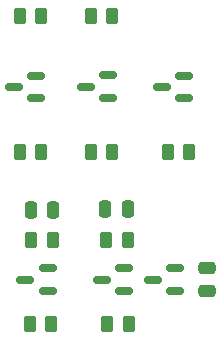
<source format=gbr>
%TF.GenerationSoftware,KiCad,Pcbnew,9.0.6*%
%TF.CreationDate,2025-11-07T06:51:29-08:00*%
%TF.ProjectId,bramble_valve_indexer,6272616d-626c-4655-9f76-616c76655f69,rev?*%
%TF.SameCoordinates,Original*%
%TF.FileFunction,Paste,Bot*%
%TF.FilePolarity,Positive*%
%FSLAX46Y46*%
G04 Gerber Fmt 4.6, Leading zero omitted, Abs format (unit mm)*
G04 Created by KiCad (PCBNEW 9.0.6) date 2025-11-07 06:51:29*
%MOMM*%
%LPD*%
G01*
G04 APERTURE LIST*
G04 Aperture macros list*
%AMRoundRect*
0 Rectangle with rounded corners*
0 $1 Rounding radius*
0 $2 $3 $4 $5 $6 $7 $8 $9 X,Y pos of 4 corners*
0 Add a 4 corners polygon primitive as box body*
4,1,4,$2,$3,$4,$5,$6,$7,$8,$9,$2,$3,0*
0 Add four circle primitives for the rounded corners*
1,1,$1+$1,$2,$3*
1,1,$1+$1,$4,$5*
1,1,$1+$1,$6,$7*
1,1,$1+$1,$8,$9*
0 Add four rect primitives between the rounded corners*
20,1,$1+$1,$2,$3,$4,$5,0*
20,1,$1+$1,$4,$5,$6,$7,0*
20,1,$1+$1,$6,$7,$8,$9,0*
20,1,$1+$1,$8,$9,$2,$3,0*%
G04 Aperture macros list end*
%ADD10RoundRect,0.250000X0.262500X0.450000X-0.262500X0.450000X-0.262500X-0.450000X0.262500X-0.450000X0*%
%ADD11RoundRect,0.150000X0.587500X0.150000X-0.587500X0.150000X-0.587500X-0.150000X0.587500X-0.150000X0*%
%ADD12RoundRect,0.250000X-0.262500X-0.450000X0.262500X-0.450000X0.262500X0.450000X-0.262500X0.450000X0*%
%ADD13RoundRect,0.250000X0.250000X0.475000X-0.250000X0.475000X-0.250000X-0.475000X0.250000X-0.475000X0*%
%ADD14RoundRect,0.250000X0.475000X-0.250000X0.475000X0.250000X-0.475000X0.250000X-0.475000X-0.250000X0*%
G04 APERTURE END LIST*
D10*
%TO.C,R19*%
X27292900Y-37959250D03*
X25467900Y-37959250D03*
%TD*%
D11*
%TO.C,Q4*%
X25875000Y-24050000D03*
X25875000Y-25950000D03*
X24000000Y-25000000D03*
%TD*%
%TO.C,Q6*%
X38375000Y-24050000D03*
X38375000Y-25950000D03*
X36500000Y-25000000D03*
%TD*%
%TO.C,Q2*%
X26842900Y-40344650D03*
X26842900Y-42244650D03*
X24967900Y-41294650D03*
%TD*%
D10*
%TO.C,R24*%
X32325000Y-30500000D03*
X30500000Y-30500000D03*
%TD*%
D12*
%TO.C,R23*%
X30500000Y-19000000D03*
X32325000Y-19000000D03*
%TD*%
D10*
%TO.C,R14*%
X33620400Y-37908450D03*
X31795400Y-37908450D03*
%TD*%
D11*
%TO.C,Q7*%
X37632800Y-40344650D03*
X37632800Y-42244650D03*
X35757800Y-41294650D03*
%TD*%
D12*
%TO.C,R27*%
X25320300Y-45020450D03*
X27145300Y-45020450D03*
%TD*%
D10*
%TO.C,R22*%
X26325000Y-30500000D03*
X24500000Y-30500000D03*
%TD*%
D13*
%TO.C,R16*%
X33644600Y-35292250D03*
X31744600Y-35292250D03*
%TD*%
D12*
%TO.C,R15*%
X37000000Y-30475400D03*
X38825000Y-30475400D03*
%TD*%
D14*
%TO.C,R18*%
X40304400Y-42246850D03*
X40304400Y-40346850D03*
%TD*%
D12*
%TO.C,R26*%
X31898900Y-45020450D03*
X33723900Y-45020450D03*
%TD*%
D11*
%TO.C,Q9*%
X32000000Y-24000000D03*
X32000000Y-25900000D03*
X30125000Y-24950000D03*
%TD*%
D12*
%TO.C,R25*%
X24500000Y-19000000D03*
X26325000Y-19000000D03*
%TD*%
D11*
%TO.C,Q8*%
X33342900Y-40344650D03*
X33342900Y-42244650D03*
X31467900Y-41294650D03*
%TD*%
D13*
%TO.C,R17*%
X27345400Y-35393850D03*
X25445400Y-35393850D03*
%TD*%
M02*

</source>
